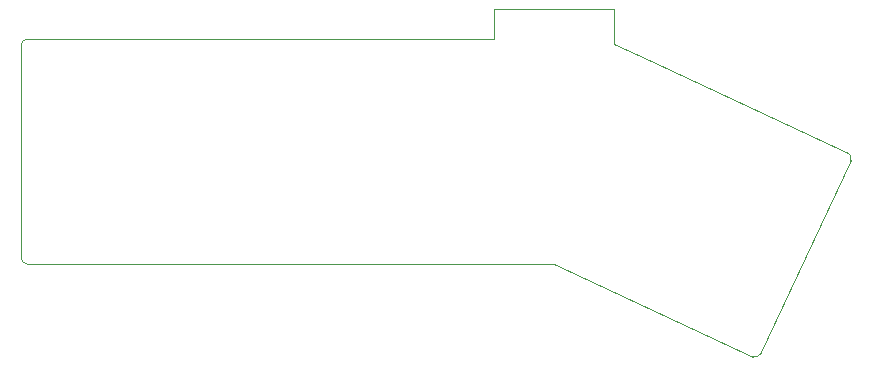
<source format=gm1>
G04 #@! TF.GenerationSoftware,KiCad,Pcbnew,7.0.5*
G04 #@! TF.CreationDate,2023-08-03T23:07:55+08:00*
G04 #@! TF.ProjectId,LT,4c542e6b-6963-4616-945f-706362585858,rev?*
G04 #@! TF.SameCoordinates,Original*
G04 #@! TF.FileFunction,Profile,NP*
%FSLAX46Y46*%
G04 Gerber Fmt 4.6, Leading zero omitted, Abs format (unit mm)*
G04 Created by KiCad (PCBNEW 7.0.5) date 2023-08-03 23:07:55*
%MOMM*%
%LPD*%
G01*
G04 APERTURE LIST*
G04 #@! TA.AperFunction,Profile*
%ADD10C,0.100000*%
G04 #@! TD*
G04 #@! TA.AperFunction,Profile*
%ADD11C,0.120000*%
G04 #@! TD*
G04 APERTURE END LIST*
D10*
X222715000Y-110975000D02*
X178115000Y-110975000D01*
X177615000Y-92425000D02*
X177615000Y-110475000D01*
X217600000Y-91925000D02*
X217600000Y-89380000D01*
X217600000Y-91925000D02*
X178115000Y-91925000D01*
X177615000Y-110475000D02*
G75*
G03*
X178115000Y-110975000I500000J0D01*
G01*
X230765905Y-93709871D02*
X227760000Y-92310000D01*
X227760000Y-89380000D02*
X227760000Y-92310000D01*
X178115000Y-91925000D02*
G75*
G03*
X177615000Y-92425000I0J-500000D01*
G01*
X217600000Y-89380000D02*
X227760000Y-89380000D01*
D11*
X222714953Y-110975041D02*
X239526963Y-118814609D01*
X247577841Y-101549446D02*
X230765831Y-93709877D01*
X247819685Y-102213909D02*
X240191426Y-118572765D01*
X247819686Y-102213909D02*
G75*
G03*
X247577841Y-101549446I-453154J211309D01*
G01*
X239526963Y-118814610D02*
G75*
G03*
X240191426Y-118572765I211309J453154D01*
G01*
M02*

</source>
